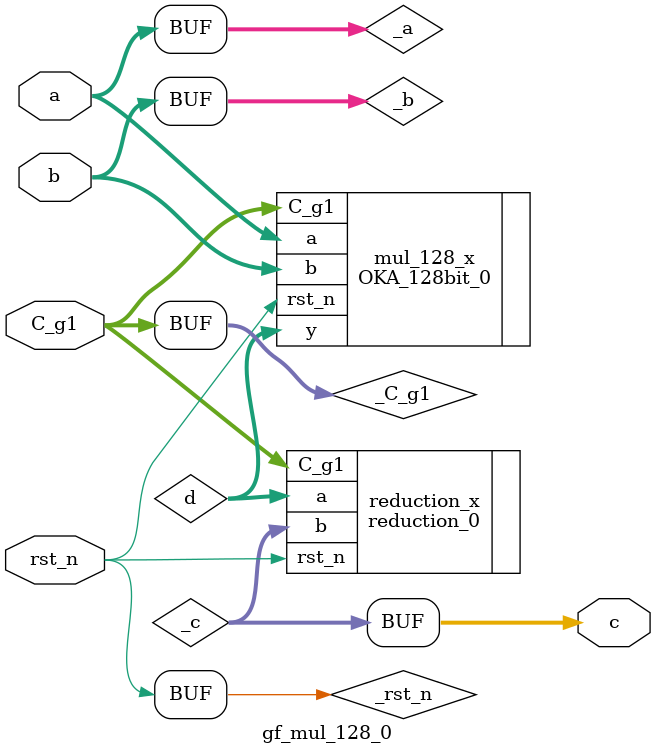
<source format=v>
module gf_mul_128_0 ( a, b, C_g1, rst_n, c );
input [127:0] a;
input [127:0] b;
input [21:0] C_g1;
input rst_n;
output [127:0] c;
wire [127:0] _a;
wire [127:0] _b;
wire [21:0] _C_g1;
wire [127:0] _c;
wire [254:0] d;
wire _rst_n;
assign _a = a;
assign _b = b;
assign _C_g1 = C_g1;
assign _rst_n = rst_n;
assign c = _c;
OKA_128bit_0 mul_128_x ( .a( _a ), .b( _b ), .y( d ), .C_g1( _C_g1 ), .rst_n( _rst_n ) );
reduction_0 reduction_x ( .a( d ), .C_g1( _C_g1 ), .rst_n( _rst_n ), .b( _c ) );
endmodule

</source>
